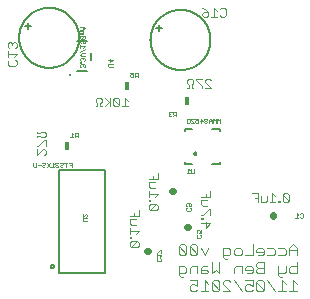
<source format=gbo>
G75*
%MOIN*%
%OFA0B0*%
%FSLAX25Y25*%
%IPPOS*%
%LPD*%
%AMOC8*
5,1,8,0,0,1.08239X$1,22.5*
%
%ADD10C,0.00300*%
%ADD11C,0.00700*%
%ADD12C,0.00500*%
%ADD13C,0.00100*%
%ADD14C,0.02200*%
%ADD15C,0.00800*%
%ADD16C,0.01000*%
%ADD17R,0.01800X0.03000*%
%ADD18C,0.00600*%
D10*
X0062650Y0053734D02*
X0063134Y0053250D01*
X0065069Y0055185D01*
X0063134Y0055185D01*
X0062650Y0054701D01*
X0062650Y0053734D01*
X0063134Y0053250D02*
X0065069Y0053250D01*
X0065552Y0053734D01*
X0065552Y0054701D01*
X0065069Y0055185D01*
X0063134Y0056197D02*
X0063134Y0056680D01*
X0062650Y0056680D01*
X0062650Y0056197D01*
X0063134Y0056197D01*
X0062650Y0057670D02*
X0062650Y0059605D01*
X0062650Y0058637D02*
X0065552Y0058637D01*
X0064585Y0057670D01*
X0064585Y0060616D02*
X0063134Y0060616D01*
X0062650Y0061100D01*
X0062650Y0062551D01*
X0064585Y0062551D01*
X0064101Y0063563D02*
X0064101Y0064530D01*
X0062650Y0063563D02*
X0065552Y0063563D01*
X0065552Y0065498D01*
X0068950Y0066074D02*
X0069434Y0065591D01*
X0071369Y0067526D01*
X0069434Y0067526D01*
X0068950Y0067042D01*
X0068950Y0066074D01*
X0069434Y0065591D02*
X0071369Y0065591D01*
X0071852Y0066074D01*
X0071852Y0067042D01*
X0071369Y0067526D01*
X0069434Y0068537D02*
X0069434Y0069021D01*
X0068950Y0069021D01*
X0068950Y0068537D01*
X0069434Y0068537D01*
X0068950Y0070010D02*
X0068950Y0071945D01*
X0068950Y0070978D02*
X0071852Y0070978D01*
X0070885Y0070010D01*
X0070885Y0072957D02*
X0069434Y0072957D01*
X0068950Y0073441D01*
X0068950Y0074892D01*
X0070885Y0074892D01*
X0070401Y0075903D02*
X0070401Y0076871D01*
X0068950Y0075903D02*
X0071852Y0075903D01*
X0071852Y0077838D01*
X0086450Y0069963D02*
X0089352Y0069963D01*
X0089352Y0071898D01*
X0087901Y0070930D02*
X0087901Y0069963D01*
X0088385Y0068951D02*
X0086450Y0068951D01*
X0086450Y0067500D01*
X0086934Y0067016D01*
X0088385Y0067016D01*
X0088869Y0066005D02*
X0086934Y0064070D01*
X0086450Y0064070D01*
X0086450Y0063080D02*
X0086450Y0062597D01*
X0086934Y0062597D01*
X0086934Y0063080D01*
X0086450Y0063080D01*
X0086450Y0061101D02*
X0089352Y0061101D01*
X0087901Y0059650D01*
X0087901Y0061585D01*
X0089352Y0064070D02*
X0089352Y0066005D01*
X0088869Y0066005D01*
X0084485Y0054153D02*
X0083250Y0054153D01*
X0082633Y0053536D01*
X0085102Y0051067D01*
X0084485Y0050450D01*
X0083250Y0050450D01*
X0082633Y0051067D01*
X0082633Y0053536D01*
X0081419Y0053536D02*
X0080801Y0054153D01*
X0079567Y0054153D01*
X0078950Y0053536D01*
X0081419Y0051067D01*
X0080801Y0050450D01*
X0079567Y0050450D01*
X0078950Y0051067D01*
X0078950Y0053536D01*
X0081419Y0053536D02*
X0081419Y0051067D01*
X0085102Y0051067D02*
X0085102Y0053536D01*
X0084485Y0054153D01*
X0086316Y0052919D02*
X0087550Y0050450D01*
X0088785Y0052919D01*
X0093682Y0052919D02*
X0093682Y0049833D01*
X0094300Y0049216D01*
X0094917Y0049216D01*
X0095534Y0050450D02*
X0096151Y0051067D01*
X0096151Y0052302D01*
X0095534Y0052919D01*
X0093682Y0052919D01*
X0093682Y0050450D02*
X0095534Y0050450D01*
X0097366Y0051067D02*
X0097366Y0052302D01*
X0097983Y0052919D01*
X0099217Y0052919D01*
X0099834Y0052302D01*
X0099834Y0051067D01*
X0099217Y0050450D01*
X0097983Y0050450D01*
X0097366Y0051067D01*
X0101049Y0050450D02*
X0103517Y0050450D01*
X0103517Y0054153D01*
X0105349Y0052919D02*
X0104732Y0052302D01*
X0104732Y0051684D01*
X0107201Y0051684D01*
X0107201Y0051067D02*
X0107201Y0052302D01*
X0106583Y0052919D01*
X0105349Y0052919D01*
X0107201Y0051067D02*
X0106583Y0050450D01*
X0105349Y0050450D01*
X0105349Y0048153D02*
X0104732Y0047536D01*
X0104732Y0046919D01*
X0105349Y0046302D01*
X0107201Y0046302D01*
X0107201Y0048153D02*
X0105349Y0048153D01*
X0105349Y0046302D02*
X0104732Y0045684D01*
X0104732Y0045067D01*
X0105349Y0044450D01*
X0107201Y0044450D01*
X0107201Y0048153D01*
X0108415Y0050450D02*
X0110267Y0050450D01*
X0110884Y0051067D01*
X0110884Y0052302D01*
X0110267Y0052919D01*
X0108415Y0052919D01*
X0112098Y0052919D02*
X0113950Y0052919D01*
X0114567Y0052302D01*
X0114567Y0051067D01*
X0113950Y0050450D01*
X0112098Y0050450D01*
X0112098Y0046919D02*
X0112098Y0043833D01*
X0112715Y0043216D01*
X0113332Y0043216D01*
X0113332Y0042153D02*
X0113332Y0038450D01*
X0112098Y0038450D02*
X0114567Y0038450D01*
X0115781Y0038450D02*
X0118250Y0038450D01*
X0117016Y0038450D02*
X0117016Y0042153D01*
X0118250Y0040919D01*
X0118250Y0044450D02*
X0116398Y0044450D01*
X0115781Y0045067D01*
X0115781Y0046302D01*
X0116398Y0046919D01*
X0118250Y0046919D01*
X0118250Y0048153D02*
X0118250Y0044450D01*
X0114567Y0045067D02*
X0114567Y0046919D01*
X0114567Y0045067D02*
X0113950Y0044450D01*
X0112098Y0044450D01*
X0113332Y0042153D02*
X0114567Y0040919D01*
X0110884Y0038450D02*
X0108415Y0042153D01*
X0107201Y0041536D02*
X0106583Y0042153D01*
X0105349Y0042153D01*
X0104732Y0041536D01*
X0107201Y0039067D01*
X0106583Y0038450D01*
X0105349Y0038450D01*
X0104732Y0039067D01*
X0104732Y0041536D01*
X0103517Y0042153D02*
X0103517Y0040302D01*
X0102283Y0040919D01*
X0101666Y0040919D01*
X0101049Y0040302D01*
X0101049Y0039067D01*
X0101666Y0038450D01*
X0102900Y0038450D01*
X0103517Y0039067D01*
X0103517Y0042153D02*
X0101049Y0042153D01*
X0101666Y0044450D02*
X0102900Y0044450D01*
X0103517Y0045067D01*
X0103517Y0046302D01*
X0102900Y0046919D01*
X0101666Y0046919D01*
X0101049Y0046302D01*
X0101049Y0045684D01*
X0103517Y0045684D01*
X0099834Y0044450D02*
X0099834Y0046919D01*
X0097983Y0046919D01*
X0097366Y0046302D01*
X0097366Y0044450D01*
X0097366Y0042153D02*
X0099834Y0038450D01*
X0096151Y0038450D02*
X0093682Y0040919D01*
X0093682Y0041536D01*
X0094300Y0042153D01*
X0095534Y0042153D01*
X0096151Y0041536D01*
X0096151Y0038450D02*
X0093682Y0038450D01*
X0092468Y0039067D02*
X0089999Y0041536D01*
X0089999Y0039067D01*
X0090616Y0038450D01*
X0091851Y0038450D01*
X0092468Y0039067D01*
X0092468Y0041536D01*
X0091851Y0042153D01*
X0090616Y0042153D01*
X0089999Y0041536D01*
X0088785Y0040919D02*
X0087550Y0042153D01*
X0087550Y0038450D01*
X0086316Y0038450D02*
X0088785Y0038450D01*
X0085102Y0039067D02*
X0084485Y0038450D01*
X0083250Y0038450D01*
X0082633Y0039067D01*
X0082633Y0040302D01*
X0083250Y0040919D01*
X0083867Y0040919D01*
X0085102Y0040302D01*
X0085102Y0042153D01*
X0082633Y0042153D01*
X0082633Y0044450D02*
X0082633Y0046302D01*
X0083250Y0046919D01*
X0085102Y0046919D01*
X0085102Y0044450D01*
X0086316Y0044450D02*
X0088168Y0044450D01*
X0088785Y0045067D01*
X0088168Y0045684D01*
X0086316Y0045684D01*
X0086316Y0046302D02*
X0086316Y0044450D01*
X0086316Y0046302D02*
X0086933Y0046919D01*
X0088168Y0046919D01*
X0089999Y0048153D02*
X0089999Y0044450D01*
X0091234Y0045684D01*
X0092468Y0044450D01*
X0092468Y0048153D01*
X0081419Y0046302D02*
X0081419Y0045067D01*
X0080801Y0044450D01*
X0078950Y0044450D01*
X0078950Y0043833D02*
X0078950Y0046919D01*
X0080801Y0046919D01*
X0081419Y0046302D01*
X0080184Y0043216D02*
X0079567Y0043216D01*
X0078950Y0043833D01*
X0105237Y0068250D02*
X0105237Y0071152D01*
X0103302Y0071152D01*
X0104270Y0069701D02*
X0105237Y0069701D01*
X0106249Y0070185D02*
X0106249Y0068250D01*
X0107700Y0068250D01*
X0108184Y0068734D01*
X0108184Y0070185D01*
X0110163Y0071152D02*
X0110163Y0068250D01*
X0111130Y0068250D02*
X0109195Y0068250D01*
X0112120Y0068250D02*
X0112120Y0068734D01*
X0112603Y0068734D01*
X0112603Y0068250D01*
X0112120Y0068250D01*
X0113615Y0068734D02*
X0114099Y0068250D01*
X0115066Y0068250D01*
X0115550Y0068734D01*
X0113615Y0070669D01*
X0113615Y0068734D01*
X0113615Y0070669D02*
X0114099Y0071152D01*
X0115066Y0071152D01*
X0115550Y0070669D01*
X0115550Y0068734D01*
X0111130Y0070185D02*
X0110163Y0071152D01*
X0117016Y0054153D02*
X0115781Y0052919D01*
X0115781Y0050450D01*
X0118250Y0050450D02*
X0118250Y0052919D01*
X0117016Y0054153D01*
X0118250Y0052302D02*
X0115781Y0052302D01*
X0107201Y0041536D02*
X0107201Y0039067D01*
X0062036Y0100150D02*
X0060101Y0100150D01*
X0061069Y0100150D02*
X0061069Y0103052D01*
X0062036Y0102085D01*
X0059090Y0102569D02*
X0059090Y0100634D01*
X0057155Y0102569D01*
X0057155Y0100634D01*
X0057638Y0100150D01*
X0058606Y0100150D01*
X0059090Y0100634D01*
X0059090Y0102569D02*
X0058606Y0103052D01*
X0057638Y0103052D01*
X0057155Y0102569D01*
X0056143Y0103052D02*
X0056143Y0100150D01*
X0056143Y0101117D02*
X0054208Y0103052D01*
X0053197Y0102569D02*
X0053197Y0101601D01*
X0052713Y0101117D01*
X0052713Y0100150D01*
X0053197Y0100150D01*
X0054208Y0100150D02*
X0055659Y0101601D01*
X0053197Y0102569D02*
X0052713Y0103052D01*
X0051745Y0103052D01*
X0051262Y0102569D01*
X0051262Y0101601D01*
X0051745Y0101117D01*
X0051745Y0100150D01*
X0051262Y0100150D01*
X0034552Y0091255D02*
X0034552Y0090287D01*
X0034069Y0089803D01*
X0033101Y0089803D01*
X0032617Y0090287D01*
X0031650Y0090287D01*
X0031650Y0089803D01*
X0031650Y0091255D02*
X0031650Y0091738D01*
X0031650Y0091255D02*
X0032617Y0091255D01*
X0033101Y0091738D01*
X0034069Y0091738D01*
X0034552Y0091255D01*
X0034552Y0088792D02*
X0034069Y0088792D01*
X0032134Y0086857D01*
X0031650Y0086857D01*
X0031650Y0085845D02*
X0031650Y0083910D01*
X0033585Y0085845D01*
X0034069Y0085845D01*
X0034552Y0085362D01*
X0034552Y0084394D01*
X0034069Y0083910D01*
X0034552Y0086857D02*
X0034552Y0088792D01*
X0024369Y0113710D02*
X0022434Y0113710D01*
X0021950Y0114194D01*
X0021950Y0115162D01*
X0022434Y0115645D01*
X0021950Y0116657D02*
X0021950Y0118592D01*
X0021950Y0117624D02*
X0024852Y0117624D01*
X0023885Y0116657D01*
X0024369Y0115645D02*
X0024852Y0115162D01*
X0024852Y0114194D01*
X0024369Y0113710D01*
X0024369Y0119603D02*
X0024852Y0120087D01*
X0024852Y0121055D01*
X0024369Y0121538D01*
X0023885Y0121538D01*
X0023401Y0121055D01*
X0022917Y0121538D01*
X0022434Y0121538D01*
X0021950Y0121055D01*
X0021950Y0120087D01*
X0022434Y0119603D01*
X0023401Y0120571D02*
X0023401Y0121055D01*
X0081822Y0108769D02*
X0081822Y0107801D01*
X0082306Y0107317D01*
X0082306Y0106350D01*
X0081822Y0106350D01*
X0083273Y0106350D02*
X0083273Y0107317D01*
X0083757Y0107801D01*
X0083757Y0108769D01*
X0083273Y0109252D01*
X0082306Y0109252D01*
X0081822Y0108769D01*
X0083273Y0106350D02*
X0083757Y0106350D01*
X0084769Y0108769D02*
X0086703Y0106834D01*
X0086703Y0106350D01*
X0087715Y0106350D02*
X0089650Y0106350D01*
X0087715Y0108285D01*
X0087715Y0108769D01*
X0088199Y0109252D01*
X0089166Y0109252D01*
X0089650Y0108769D01*
X0086703Y0109252D02*
X0084769Y0109252D01*
X0084769Y0108769D01*
X0087245Y0130050D02*
X0086762Y0130534D01*
X0086762Y0131017D01*
X0087245Y0131501D01*
X0088697Y0131501D01*
X0088697Y0130534D01*
X0088213Y0130050D01*
X0087245Y0130050D01*
X0088697Y0131501D02*
X0087729Y0132469D01*
X0086762Y0132952D01*
X0089708Y0130050D02*
X0091643Y0130050D01*
X0090676Y0130050D02*
X0090676Y0132952D01*
X0091643Y0131985D01*
X0092655Y0132469D02*
X0093138Y0132952D01*
X0094106Y0132952D01*
X0094590Y0132469D01*
X0094590Y0130534D01*
X0094106Y0130050D01*
X0093138Y0130050D01*
X0092655Y0130534D01*
D11*
X0092706Y0092706D02*
X0090120Y0092706D01*
X0092706Y0092706D02*
X0092706Y0092088D01*
X0083480Y0092706D02*
X0080894Y0092706D01*
X0080894Y0092088D01*
X0080894Y0081512D02*
X0080894Y0080894D01*
X0083480Y0080894D01*
X0090120Y0080894D02*
X0092706Y0080894D01*
X0092706Y0081512D01*
D12*
X0084044Y0084438D02*
X0084046Y0084477D01*
X0084052Y0084516D01*
X0084062Y0084554D01*
X0084075Y0084591D01*
X0084092Y0084626D01*
X0084112Y0084660D01*
X0084136Y0084691D01*
X0084163Y0084720D01*
X0084192Y0084746D01*
X0084224Y0084769D01*
X0084258Y0084789D01*
X0084294Y0084805D01*
X0084331Y0084817D01*
X0084370Y0084826D01*
X0084409Y0084831D01*
X0084448Y0084832D01*
X0084487Y0084829D01*
X0084526Y0084822D01*
X0084563Y0084811D01*
X0084600Y0084797D01*
X0084635Y0084779D01*
X0084668Y0084758D01*
X0084699Y0084733D01*
X0084727Y0084706D01*
X0084752Y0084676D01*
X0084774Y0084643D01*
X0084793Y0084609D01*
X0084808Y0084573D01*
X0084820Y0084535D01*
X0084828Y0084497D01*
X0084832Y0084458D01*
X0084832Y0084418D01*
X0084828Y0084379D01*
X0084820Y0084341D01*
X0084808Y0084303D01*
X0084793Y0084267D01*
X0084774Y0084233D01*
X0084752Y0084200D01*
X0084727Y0084170D01*
X0084699Y0084143D01*
X0084668Y0084118D01*
X0084635Y0084097D01*
X0084600Y0084079D01*
X0084563Y0084065D01*
X0084526Y0084054D01*
X0084487Y0084047D01*
X0084448Y0084044D01*
X0084409Y0084045D01*
X0084370Y0084050D01*
X0084331Y0084059D01*
X0084294Y0084071D01*
X0084258Y0084087D01*
X0084224Y0084107D01*
X0084192Y0084130D01*
X0084163Y0084156D01*
X0084136Y0084185D01*
X0084112Y0084216D01*
X0084092Y0084250D01*
X0084075Y0084285D01*
X0084062Y0084322D01*
X0084052Y0084360D01*
X0084046Y0084399D01*
X0084044Y0084438D01*
D13*
X0083988Y0079271D02*
X0083988Y0078020D01*
X0083738Y0077770D01*
X0083237Y0077770D01*
X0082987Y0078020D01*
X0082987Y0079271D01*
X0082515Y0078771D02*
X0082014Y0079271D01*
X0082014Y0077770D01*
X0081514Y0077770D02*
X0082515Y0077770D01*
X0082701Y0067824D02*
X0082951Y0067574D01*
X0082951Y0067073D01*
X0082701Y0066823D01*
X0082451Y0066823D01*
X0082201Y0067073D01*
X0082201Y0067824D01*
X0082701Y0067824D02*
X0081700Y0067824D01*
X0081450Y0067574D01*
X0081450Y0067073D01*
X0081700Y0066823D01*
X0081700Y0066351D02*
X0081450Y0066101D01*
X0081450Y0065600D01*
X0081700Y0065350D01*
X0082701Y0065350D01*
X0082951Y0065600D01*
X0082951Y0066101D01*
X0082701Y0066351D01*
X0085100Y0058824D02*
X0084850Y0058574D01*
X0084850Y0058073D01*
X0085100Y0057823D01*
X0085100Y0057351D02*
X0084850Y0057101D01*
X0084850Y0056600D01*
X0085100Y0056350D01*
X0086101Y0056350D01*
X0086351Y0056600D01*
X0086351Y0057101D01*
X0086101Y0057351D01*
X0086351Y0057823D02*
X0085601Y0057823D01*
X0085851Y0058324D01*
X0085851Y0058574D01*
X0085601Y0058824D01*
X0085100Y0058824D01*
X0086351Y0058824D02*
X0086351Y0057823D01*
X0073051Y0052397D02*
X0073051Y0051397D01*
X0073051Y0050424D02*
X0071550Y0050424D01*
X0071550Y0050924D02*
X0071550Y0049923D01*
X0071800Y0049451D02*
X0071550Y0049201D01*
X0071550Y0048700D01*
X0071800Y0048450D01*
X0072801Y0048450D01*
X0073051Y0048700D01*
X0073051Y0049201D01*
X0072801Y0049451D01*
X0072551Y0049923D02*
X0073051Y0050424D01*
X0071800Y0051397D02*
X0071550Y0051397D01*
X0071800Y0051397D02*
X0072801Y0052397D01*
X0073051Y0052397D01*
X0048351Y0061850D02*
X0047100Y0061850D01*
X0046850Y0062100D01*
X0046850Y0062601D01*
X0047100Y0062851D01*
X0048351Y0062851D01*
X0048101Y0063323D02*
X0048351Y0063573D01*
X0048351Y0064074D01*
X0048101Y0064324D01*
X0047851Y0064324D01*
X0046850Y0063323D01*
X0046850Y0064324D01*
X0043250Y0079850D02*
X0043250Y0081351D01*
X0042249Y0081351D01*
X0041777Y0081351D02*
X0040776Y0081351D01*
X0041276Y0081351D02*
X0041276Y0079850D01*
X0040303Y0080100D02*
X0040053Y0079850D01*
X0039553Y0079850D01*
X0039303Y0080100D01*
X0039303Y0080350D01*
X0039553Y0080601D01*
X0040053Y0080601D01*
X0040303Y0080851D01*
X0040303Y0081101D01*
X0040053Y0081351D01*
X0039553Y0081351D01*
X0039303Y0081101D01*
X0038830Y0081101D02*
X0038580Y0081351D01*
X0038080Y0081351D01*
X0037829Y0081101D01*
X0037829Y0080851D01*
X0038080Y0080601D01*
X0037829Y0080350D01*
X0037829Y0080100D01*
X0038080Y0079850D01*
X0038580Y0079850D01*
X0038830Y0080100D01*
X0038330Y0080601D02*
X0038080Y0080601D01*
X0037357Y0080851D02*
X0036857Y0081351D01*
X0036857Y0079850D01*
X0037357Y0079850D02*
X0036356Y0079850D01*
X0035884Y0079850D02*
X0034883Y0081351D01*
X0034410Y0081101D02*
X0034410Y0080851D01*
X0034160Y0080601D01*
X0033660Y0080601D01*
X0033410Y0080350D01*
X0033410Y0080100D01*
X0033660Y0079850D01*
X0034160Y0079850D01*
X0034410Y0080100D01*
X0034883Y0079850D02*
X0035884Y0081351D01*
X0034410Y0081101D02*
X0034160Y0081351D01*
X0033660Y0081351D01*
X0033410Y0081101D01*
X0032937Y0080601D02*
X0031936Y0080601D01*
X0031464Y0080100D02*
X0031464Y0081351D01*
X0030463Y0081351D02*
X0030463Y0080100D01*
X0030713Y0079850D01*
X0031214Y0079850D01*
X0031464Y0080100D01*
X0042750Y0080601D02*
X0043250Y0080601D01*
X0043276Y0089850D02*
X0043276Y0091351D01*
X0043777Y0090851D01*
X0044249Y0091101D02*
X0044249Y0090601D01*
X0044499Y0090350D01*
X0045250Y0090350D01*
X0045250Y0089850D02*
X0045250Y0091351D01*
X0044499Y0091351D01*
X0044249Y0091101D01*
X0044750Y0090350D02*
X0044249Y0089850D01*
X0043777Y0089850D02*
X0042776Y0089850D01*
X0062776Y0110100D02*
X0063026Y0109850D01*
X0063527Y0109850D01*
X0063777Y0110100D01*
X0063777Y0110601D02*
X0063276Y0110851D01*
X0063026Y0110851D01*
X0062776Y0110601D01*
X0062776Y0110100D01*
X0063777Y0110601D02*
X0063777Y0111351D01*
X0062776Y0111351D01*
X0064249Y0111101D02*
X0064249Y0110601D01*
X0064499Y0110350D01*
X0065250Y0110350D01*
X0065250Y0109850D02*
X0065250Y0111351D01*
X0064499Y0111351D01*
X0064249Y0111101D01*
X0064750Y0110350D02*
X0064249Y0109850D01*
X0056851Y0113350D02*
X0055600Y0113350D01*
X0055350Y0113600D01*
X0055350Y0114101D01*
X0055600Y0114351D01*
X0056851Y0114351D01*
X0056101Y0114823D02*
X0056101Y0115824D01*
X0056851Y0115574D02*
X0056101Y0114823D01*
X0056851Y0115574D02*
X0055350Y0115574D01*
X0047601Y0115560D02*
X0047601Y0116061D01*
X0047351Y0116311D01*
X0047101Y0116311D01*
X0046851Y0116061D01*
X0046600Y0116311D01*
X0046350Y0116311D01*
X0046100Y0116061D01*
X0046100Y0115560D01*
X0046350Y0115310D01*
X0046350Y0114823D02*
X0046100Y0114823D01*
X0046100Y0114573D01*
X0046350Y0114573D01*
X0046350Y0114823D01*
X0046350Y0114101D02*
X0046100Y0113851D01*
X0046100Y0113350D01*
X0046350Y0113100D01*
X0046851Y0113600D02*
X0046851Y0113851D01*
X0046600Y0114101D01*
X0046350Y0114101D01*
X0046851Y0113851D02*
X0047101Y0114101D01*
X0047351Y0114101D01*
X0047601Y0113851D01*
X0047601Y0113350D01*
X0047351Y0113100D01*
X0047351Y0115310D02*
X0047601Y0115560D01*
X0046851Y0115810D02*
X0046851Y0116061D01*
X0046600Y0116783D02*
X0046100Y0117284D01*
X0046600Y0117784D01*
X0047601Y0117784D01*
X0047601Y0116783D02*
X0046600Y0116783D01*
X0046100Y0118256D02*
X0047601Y0119257D01*
X0047101Y0119730D02*
X0047601Y0120230D01*
X0046100Y0120230D01*
X0046100Y0119730D02*
X0046100Y0120730D01*
X0046350Y0121203D02*
X0046100Y0121453D01*
X0046100Y0121954D01*
X0046350Y0122204D01*
X0046851Y0122204D01*
X0047101Y0121954D01*
X0047101Y0121703D01*
X0046851Y0121203D01*
X0047601Y0121203D01*
X0047601Y0122204D01*
X0047351Y0122676D02*
X0047601Y0122926D01*
X0047601Y0123427D01*
X0047351Y0123677D01*
X0046350Y0122676D01*
X0046100Y0122926D01*
X0046100Y0123427D01*
X0046350Y0123677D01*
X0047351Y0123677D01*
X0047101Y0124149D02*
X0047101Y0124400D01*
X0046851Y0124650D01*
X0047101Y0124900D01*
X0046851Y0125150D01*
X0046100Y0125150D01*
X0046100Y0125623D02*
X0047101Y0125623D01*
X0047601Y0126123D01*
X0047101Y0126623D01*
X0046100Y0126623D01*
X0046851Y0126623D02*
X0046851Y0125623D01*
X0046851Y0124650D02*
X0046100Y0124650D01*
X0046100Y0124149D02*
X0047101Y0124149D01*
X0047351Y0122676D02*
X0046350Y0122676D01*
X0075522Y0098101D02*
X0075522Y0097851D01*
X0075773Y0097601D01*
X0075522Y0097350D01*
X0075522Y0097100D01*
X0075773Y0096850D01*
X0076273Y0096850D01*
X0076523Y0097100D01*
X0076996Y0096850D02*
X0077496Y0097350D01*
X0077246Y0097350D02*
X0077997Y0097350D01*
X0077997Y0096850D02*
X0077997Y0098351D01*
X0077246Y0098351D01*
X0076996Y0098101D01*
X0076996Y0097601D01*
X0077246Y0097350D01*
X0076523Y0098101D02*
X0076273Y0098351D01*
X0075773Y0098351D01*
X0075522Y0098101D01*
X0075773Y0097601D02*
X0076023Y0097601D01*
X0081507Y0095806D02*
X0081507Y0094805D01*
X0081758Y0094555D01*
X0082258Y0094555D01*
X0082508Y0094805D01*
X0082508Y0095806D01*
X0082258Y0096056D01*
X0081758Y0096056D01*
X0081507Y0095806D01*
X0082008Y0095055D02*
X0081507Y0094555D01*
X0082981Y0094555D02*
X0083982Y0094555D01*
X0082981Y0095556D01*
X0082981Y0095806D01*
X0083231Y0096056D01*
X0083731Y0096056D01*
X0083982Y0095806D01*
X0084454Y0096056D02*
X0085455Y0096056D01*
X0085455Y0095305D01*
X0084954Y0095556D01*
X0084704Y0095556D01*
X0084454Y0095305D01*
X0084454Y0094805D01*
X0084704Y0094555D01*
X0085205Y0094555D01*
X0085455Y0094805D01*
X0085927Y0095305D02*
X0086928Y0095305D01*
X0086177Y0096056D01*
X0086177Y0094555D01*
X0087401Y0094805D02*
X0087651Y0094555D01*
X0088151Y0094555D01*
X0088401Y0094805D01*
X0088401Y0095055D01*
X0088151Y0095305D01*
X0087651Y0095305D01*
X0087401Y0095055D01*
X0087401Y0094805D01*
X0087651Y0095305D02*
X0087401Y0095556D01*
X0087401Y0095806D01*
X0087651Y0096056D01*
X0088151Y0096056D01*
X0088401Y0095806D01*
X0088401Y0095556D01*
X0088151Y0095305D01*
X0088874Y0095305D02*
X0089875Y0095305D01*
X0089875Y0095556D02*
X0089374Y0096056D01*
X0088874Y0095556D01*
X0088874Y0094555D01*
X0089875Y0094555D02*
X0089875Y0095556D01*
X0090347Y0096056D02*
X0090347Y0094555D01*
X0091348Y0094555D02*
X0091348Y0096056D01*
X0090847Y0095556D01*
X0090347Y0096056D01*
X0091820Y0096056D02*
X0091820Y0094555D01*
X0092821Y0094555D02*
X0092821Y0096056D01*
X0092321Y0095556D01*
X0091820Y0096056D01*
X0118323Y0064551D02*
X0118323Y0063050D01*
X0118823Y0063050D02*
X0117822Y0063050D01*
X0118823Y0064051D02*
X0118323Y0064551D01*
X0119296Y0064301D02*
X0119546Y0064551D01*
X0120046Y0064551D01*
X0120297Y0064301D01*
X0120297Y0063300D01*
X0120046Y0063050D01*
X0119546Y0063050D01*
X0119296Y0063300D01*
D14*
X0110300Y0063680D02*
X0110300Y0063920D01*
X0081920Y0059800D02*
X0081680Y0059800D01*
X0076920Y0071800D02*
X0076680Y0071800D01*
X0068620Y0051900D02*
X0068380Y0051900D01*
D15*
X0054500Y0044750D02*
X0039100Y0044750D01*
X0039100Y0078850D01*
X0054500Y0078850D01*
X0054500Y0044750D01*
X0036290Y0046800D02*
X0036292Y0046845D01*
X0036298Y0046890D01*
X0036308Y0046934D01*
X0036322Y0046977D01*
X0036339Y0047018D01*
X0036360Y0047058D01*
X0036385Y0047096D01*
X0036413Y0047132D01*
X0036443Y0047165D01*
X0036477Y0047195D01*
X0036513Y0047222D01*
X0036552Y0047245D01*
X0036592Y0047266D01*
X0036634Y0047282D01*
X0036677Y0047295D01*
X0036721Y0047304D01*
X0036766Y0047309D01*
X0036811Y0047310D01*
X0036856Y0047307D01*
X0036901Y0047300D01*
X0036945Y0047289D01*
X0036987Y0047274D01*
X0037029Y0047256D01*
X0037068Y0047234D01*
X0037105Y0047209D01*
X0037140Y0047180D01*
X0037172Y0047148D01*
X0037202Y0047114D01*
X0037228Y0047077D01*
X0037251Y0047039D01*
X0037270Y0046998D01*
X0037286Y0046955D01*
X0037298Y0046912D01*
X0037306Y0046868D01*
X0037310Y0046823D01*
X0037310Y0046777D01*
X0037306Y0046732D01*
X0037298Y0046688D01*
X0037286Y0046645D01*
X0037270Y0046602D01*
X0037251Y0046561D01*
X0037228Y0046523D01*
X0037202Y0046486D01*
X0037172Y0046452D01*
X0037140Y0046420D01*
X0037105Y0046391D01*
X0037068Y0046366D01*
X0037029Y0046344D01*
X0036987Y0046326D01*
X0036945Y0046311D01*
X0036901Y0046300D01*
X0036856Y0046293D01*
X0036811Y0046290D01*
X0036766Y0046291D01*
X0036721Y0046296D01*
X0036677Y0046305D01*
X0036634Y0046318D01*
X0036592Y0046334D01*
X0036552Y0046355D01*
X0036513Y0046378D01*
X0036477Y0046405D01*
X0036443Y0046435D01*
X0036413Y0046468D01*
X0036385Y0046504D01*
X0036360Y0046542D01*
X0036339Y0046582D01*
X0036322Y0046623D01*
X0036308Y0046666D01*
X0036298Y0046710D01*
X0036292Y0046755D01*
X0036290Y0046800D01*
X0045109Y0111800D02*
X0048491Y0111800D01*
X0049591Y0115743D02*
X0049591Y0117857D01*
X0048491Y0121800D02*
X0045109Y0121800D01*
D16*
X0042800Y0110500D03*
D17*
X0061800Y0106800D03*
X0081800Y0101800D03*
X0041800Y0086800D03*
D18*
X0025700Y0123000D02*
X0025703Y0123245D01*
X0025712Y0123491D01*
X0025727Y0123736D01*
X0025748Y0123980D01*
X0025775Y0124224D01*
X0025808Y0124467D01*
X0025847Y0124710D01*
X0025892Y0124951D01*
X0025943Y0125191D01*
X0026000Y0125430D01*
X0026062Y0125667D01*
X0026131Y0125903D01*
X0026205Y0126137D01*
X0026285Y0126369D01*
X0026370Y0126599D01*
X0026461Y0126827D01*
X0026558Y0127052D01*
X0026660Y0127276D01*
X0026768Y0127496D01*
X0026881Y0127714D01*
X0026999Y0127929D01*
X0027123Y0128141D01*
X0027251Y0128350D01*
X0027385Y0128556D01*
X0027524Y0128758D01*
X0027668Y0128957D01*
X0027817Y0129152D01*
X0027970Y0129344D01*
X0028128Y0129532D01*
X0028290Y0129716D01*
X0028458Y0129895D01*
X0028629Y0130071D01*
X0028805Y0130242D01*
X0028984Y0130410D01*
X0029168Y0130572D01*
X0029356Y0130730D01*
X0029548Y0130883D01*
X0029743Y0131032D01*
X0029942Y0131176D01*
X0030144Y0131315D01*
X0030350Y0131449D01*
X0030559Y0131577D01*
X0030771Y0131701D01*
X0030986Y0131819D01*
X0031204Y0131932D01*
X0031424Y0132040D01*
X0031648Y0132142D01*
X0031873Y0132239D01*
X0032101Y0132330D01*
X0032331Y0132415D01*
X0032563Y0132495D01*
X0032797Y0132569D01*
X0033033Y0132638D01*
X0033270Y0132700D01*
X0033509Y0132757D01*
X0033749Y0132808D01*
X0033990Y0132853D01*
X0034233Y0132892D01*
X0034476Y0132925D01*
X0034720Y0132952D01*
X0034964Y0132973D01*
X0035209Y0132988D01*
X0035455Y0132997D01*
X0035700Y0133000D01*
X0035945Y0132997D01*
X0036191Y0132988D01*
X0036436Y0132973D01*
X0036680Y0132952D01*
X0036924Y0132925D01*
X0037167Y0132892D01*
X0037410Y0132853D01*
X0037651Y0132808D01*
X0037891Y0132757D01*
X0038130Y0132700D01*
X0038367Y0132638D01*
X0038603Y0132569D01*
X0038837Y0132495D01*
X0039069Y0132415D01*
X0039299Y0132330D01*
X0039527Y0132239D01*
X0039752Y0132142D01*
X0039976Y0132040D01*
X0040196Y0131932D01*
X0040414Y0131819D01*
X0040629Y0131701D01*
X0040841Y0131577D01*
X0041050Y0131449D01*
X0041256Y0131315D01*
X0041458Y0131176D01*
X0041657Y0131032D01*
X0041852Y0130883D01*
X0042044Y0130730D01*
X0042232Y0130572D01*
X0042416Y0130410D01*
X0042595Y0130242D01*
X0042771Y0130071D01*
X0042942Y0129895D01*
X0043110Y0129716D01*
X0043272Y0129532D01*
X0043430Y0129344D01*
X0043583Y0129152D01*
X0043732Y0128957D01*
X0043876Y0128758D01*
X0044015Y0128556D01*
X0044149Y0128350D01*
X0044277Y0128141D01*
X0044401Y0127929D01*
X0044519Y0127714D01*
X0044632Y0127496D01*
X0044740Y0127276D01*
X0044842Y0127052D01*
X0044939Y0126827D01*
X0045030Y0126599D01*
X0045115Y0126369D01*
X0045195Y0126137D01*
X0045269Y0125903D01*
X0045338Y0125667D01*
X0045400Y0125430D01*
X0045457Y0125191D01*
X0045508Y0124951D01*
X0045553Y0124710D01*
X0045592Y0124467D01*
X0045625Y0124224D01*
X0045652Y0123980D01*
X0045673Y0123736D01*
X0045688Y0123491D01*
X0045697Y0123245D01*
X0045700Y0123000D01*
X0045697Y0122755D01*
X0045688Y0122509D01*
X0045673Y0122264D01*
X0045652Y0122020D01*
X0045625Y0121776D01*
X0045592Y0121533D01*
X0045553Y0121290D01*
X0045508Y0121049D01*
X0045457Y0120809D01*
X0045400Y0120570D01*
X0045338Y0120333D01*
X0045269Y0120097D01*
X0045195Y0119863D01*
X0045115Y0119631D01*
X0045030Y0119401D01*
X0044939Y0119173D01*
X0044842Y0118948D01*
X0044740Y0118724D01*
X0044632Y0118504D01*
X0044519Y0118286D01*
X0044401Y0118071D01*
X0044277Y0117859D01*
X0044149Y0117650D01*
X0044015Y0117444D01*
X0043876Y0117242D01*
X0043732Y0117043D01*
X0043583Y0116848D01*
X0043430Y0116656D01*
X0043272Y0116468D01*
X0043110Y0116284D01*
X0042942Y0116105D01*
X0042771Y0115929D01*
X0042595Y0115758D01*
X0042416Y0115590D01*
X0042232Y0115428D01*
X0042044Y0115270D01*
X0041852Y0115117D01*
X0041657Y0114968D01*
X0041458Y0114824D01*
X0041256Y0114685D01*
X0041050Y0114551D01*
X0040841Y0114423D01*
X0040629Y0114299D01*
X0040414Y0114181D01*
X0040196Y0114068D01*
X0039976Y0113960D01*
X0039752Y0113858D01*
X0039527Y0113761D01*
X0039299Y0113670D01*
X0039069Y0113585D01*
X0038837Y0113505D01*
X0038603Y0113431D01*
X0038367Y0113362D01*
X0038130Y0113300D01*
X0037891Y0113243D01*
X0037651Y0113192D01*
X0037410Y0113147D01*
X0037167Y0113108D01*
X0036924Y0113075D01*
X0036680Y0113048D01*
X0036436Y0113027D01*
X0036191Y0113012D01*
X0035945Y0113003D01*
X0035700Y0113000D01*
X0035455Y0113003D01*
X0035209Y0113012D01*
X0034964Y0113027D01*
X0034720Y0113048D01*
X0034476Y0113075D01*
X0034233Y0113108D01*
X0033990Y0113147D01*
X0033749Y0113192D01*
X0033509Y0113243D01*
X0033270Y0113300D01*
X0033033Y0113362D01*
X0032797Y0113431D01*
X0032563Y0113505D01*
X0032331Y0113585D01*
X0032101Y0113670D01*
X0031873Y0113761D01*
X0031648Y0113858D01*
X0031424Y0113960D01*
X0031204Y0114068D01*
X0030986Y0114181D01*
X0030771Y0114299D01*
X0030559Y0114423D01*
X0030350Y0114551D01*
X0030144Y0114685D01*
X0029942Y0114824D01*
X0029743Y0114968D01*
X0029548Y0115117D01*
X0029356Y0115270D01*
X0029168Y0115428D01*
X0028984Y0115590D01*
X0028805Y0115758D01*
X0028629Y0115929D01*
X0028458Y0116105D01*
X0028290Y0116284D01*
X0028128Y0116468D01*
X0027970Y0116656D01*
X0027817Y0116848D01*
X0027668Y0117043D01*
X0027524Y0117242D01*
X0027385Y0117444D01*
X0027251Y0117650D01*
X0027123Y0117859D01*
X0026999Y0118071D01*
X0026881Y0118286D01*
X0026768Y0118504D01*
X0026660Y0118724D01*
X0026558Y0118948D01*
X0026461Y0119173D01*
X0026370Y0119401D01*
X0026285Y0119631D01*
X0026205Y0119863D01*
X0026131Y0120097D01*
X0026062Y0120333D01*
X0026000Y0120570D01*
X0025943Y0120809D01*
X0025892Y0121049D01*
X0025847Y0121290D01*
X0025808Y0121533D01*
X0025775Y0121776D01*
X0025748Y0122020D01*
X0025727Y0122264D01*
X0025712Y0122509D01*
X0025703Y0122755D01*
X0025700Y0123000D01*
X0028700Y0126000D02*
X0028700Y0128000D01*
X0029700Y0127000D02*
X0027700Y0127000D01*
X0071500Y0126300D02*
X0073500Y0126300D01*
X0072500Y0127300D02*
X0072500Y0125300D01*
X0069500Y0122300D02*
X0069503Y0122545D01*
X0069512Y0122791D01*
X0069527Y0123036D01*
X0069548Y0123280D01*
X0069575Y0123524D01*
X0069608Y0123767D01*
X0069647Y0124010D01*
X0069692Y0124251D01*
X0069743Y0124491D01*
X0069800Y0124730D01*
X0069862Y0124967D01*
X0069931Y0125203D01*
X0070005Y0125437D01*
X0070085Y0125669D01*
X0070170Y0125899D01*
X0070261Y0126127D01*
X0070358Y0126352D01*
X0070460Y0126576D01*
X0070568Y0126796D01*
X0070681Y0127014D01*
X0070799Y0127229D01*
X0070923Y0127441D01*
X0071051Y0127650D01*
X0071185Y0127856D01*
X0071324Y0128058D01*
X0071468Y0128257D01*
X0071617Y0128452D01*
X0071770Y0128644D01*
X0071928Y0128832D01*
X0072090Y0129016D01*
X0072258Y0129195D01*
X0072429Y0129371D01*
X0072605Y0129542D01*
X0072784Y0129710D01*
X0072968Y0129872D01*
X0073156Y0130030D01*
X0073348Y0130183D01*
X0073543Y0130332D01*
X0073742Y0130476D01*
X0073944Y0130615D01*
X0074150Y0130749D01*
X0074359Y0130877D01*
X0074571Y0131001D01*
X0074786Y0131119D01*
X0075004Y0131232D01*
X0075224Y0131340D01*
X0075448Y0131442D01*
X0075673Y0131539D01*
X0075901Y0131630D01*
X0076131Y0131715D01*
X0076363Y0131795D01*
X0076597Y0131869D01*
X0076833Y0131938D01*
X0077070Y0132000D01*
X0077309Y0132057D01*
X0077549Y0132108D01*
X0077790Y0132153D01*
X0078033Y0132192D01*
X0078276Y0132225D01*
X0078520Y0132252D01*
X0078764Y0132273D01*
X0079009Y0132288D01*
X0079255Y0132297D01*
X0079500Y0132300D01*
X0079745Y0132297D01*
X0079991Y0132288D01*
X0080236Y0132273D01*
X0080480Y0132252D01*
X0080724Y0132225D01*
X0080967Y0132192D01*
X0081210Y0132153D01*
X0081451Y0132108D01*
X0081691Y0132057D01*
X0081930Y0132000D01*
X0082167Y0131938D01*
X0082403Y0131869D01*
X0082637Y0131795D01*
X0082869Y0131715D01*
X0083099Y0131630D01*
X0083327Y0131539D01*
X0083552Y0131442D01*
X0083776Y0131340D01*
X0083996Y0131232D01*
X0084214Y0131119D01*
X0084429Y0131001D01*
X0084641Y0130877D01*
X0084850Y0130749D01*
X0085056Y0130615D01*
X0085258Y0130476D01*
X0085457Y0130332D01*
X0085652Y0130183D01*
X0085844Y0130030D01*
X0086032Y0129872D01*
X0086216Y0129710D01*
X0086395Y0129542D01*
X0086571Y0129371D01*
X0086742Y0129195D01*
X0086910Y0129016D01*
X0087072Y0128832D01*
X0087230Y0128644D01*
X0087383Y0128452D01*
X0087532Y0128257D01*
X0087676Y0128058D01*
X0087815Y0127856D01*
X0087949Y0127650D01*
X0088077Y0127441D01*
X0088201Y0127229D01*
X0088319Y0127014D01*
X0088432Y0126796D01*
X0088540Y0126576D01*
X0088642Y0126352D01*
X0088739Y0126127D01*
X0088830Y0125899D01*
X0088915Y0125669D01*
X0088995Y0125437D01*
X0089069Y0125203D01*
X0089138Y0124967D01*
X0089200Y0124730D01*
X0089257Y0124491D01*
X0089308Y0124251D01*
X0089353Y0124010D01*
X0089392Y0123767D01*
X0089425Y0123524D01*
X0089452Y0123280D01*
X0089473Y0123036D01*
X0089488Y0122791D01*
X0089497Y0122545D01*
X0089500Y0122300D01*
X0089497Y0122055D01*
X0089488Y0121809D01*
X0089473Y0121564D01*
X0089452Y0121320D01*
X0089425Y0121076D01*
X0089392Y0120833D01*
X0089353Y0120590D01*
X0089308Y0120349D01*
X0089257Y0120109D01*
X0089200Y0119870D01*
X0089138Y0119633D01*
X0089069Y0119397D01*
X0088995Y0119163D01*
X0088915Y0118931D01*
X0088830Y0118701D01*
X0088739Y0118473D01*
X0088642Y0118248D01*
X0088540Y0118024D01*
X0088432Y0117804D01*
X0088319Y0117586D01*
X0088201Y0117371D01*
X0088077Y0117159D01*
X0087949Y0116950D01*
X0087815Y0116744D01*
X0087676Y0116542D01*
X0087532Y0116343D01*
X0087383Y0116148D01*
X0087230Y0115956D01*
X0087072Y0115768D01*
X0086910Y0115584D01*
X0086742Y0115405D01*
X0086571Y0115229D01*
X0086395Y0115058D01*
X0086216Y0114890D01*
X0086032Y0114728D01*
X0085844Y0114570D01*
X0085652Y0114417D01*
X0085457Y0114268D01*
X0085258Y0114124D01*
X0085056Y0113985D01*
X0084850Y0113851D01*
X0084641Y0113723D01*
X0084429Y0113599D01*
X0084214Y0113481D01*
X0083996Y0113368D01*
X0083776Y0113260D01*
X0083552Y0113158D01*
X0083327Y0113061D01*
X0083099Y0112970D01*
X0082869Y0112885D01*
X0082637Y0112805D01*
X0082403Y0112731D01*
X0082167Y0112662D01*
X0081930Y0112600D01*
X0081691Y0112543D01*
X0081451Y0112492D01*
X0081210Y0112447D01*
X0080967Y0112408D01*
X0080724Y0112375D01*
X0080480Y0112348D01*
X0080236Y0112327D01*
X0079991Y0112312D01*
X0079745Y0112303D01*
X0079500Y0112300D01*
X0079255Y0112303D01*
X0079009Y0112312D01*
X0078764Y0112327D01*
X0078520Y0112348D01*
X0078276Y0112375D01*
X0078033Y0112408D01*
X0077790Y0112447D01*
X0077549Y0112492D01*
X0077309Y0112543D01*
X0077070Y0112600D01*
X0076833Y0112662D01*
X0076597Y0112731D01*
X0076363Y0112805D01*
X0076131Y0112885D01*
X0075901Y0112970D01*
X0075673Y0113061D01*
X0075448Y0113158D01*
X0075224Y0113260D01*
X0075004Y0113368D01*
X0074786Y0113481D01*
X0074571Y0113599D01*
X0074359Y0113723D01*
X0074150Y0113851D01*
X0073944Y0113985D01*
X0073742Y0114124D01*
X0073543Y0114268D01*
X0073348Y0114417D01*
X0073156Y0114570D01*
X0072968Y0114728D01*
X0072784Y0114890D01*
X0072605Y0115058D01*
X0072429Y0115229D01*
X0072258Y0115405D01*
X0072090Y0115584D01*
X0071928Y0115768D01*
X0071770Y0115956D01*
X0071617Y0116148D01*
X0071468Y0116343D01*
X0071324Y0116542D01*
X0071185Y0116744D01*
X0071051Y0116950D01*
X0070923Y0117159D01*
X0070799Y0117371D01*
X0070681Y0117586D01*
X0070568Y0117804D01*
X0070460Y0118024D01*
X0070358Y0118248D01*
X0070261Y0118473D01*
X0070170Y0118701D01*
X0070085Y0118931D01*
X0070005Y0119163D01*
X0069931Y0119397D01*
X0069862Y0119633D01*
X0069800Y0119870D01*
X0069743Y0120109D01*
X0069692Y0120349D01*
X0069647Y0120590D01*
X0069608Y0120833D01*
X0069575Y0121076D01*
X0069548Y0121320D01*
X0069527Y0121564D01*
X0069512Y0121809D01*
X0069503Y0122055D01*
X0069500Y0122300D01*
M02*

</source>
